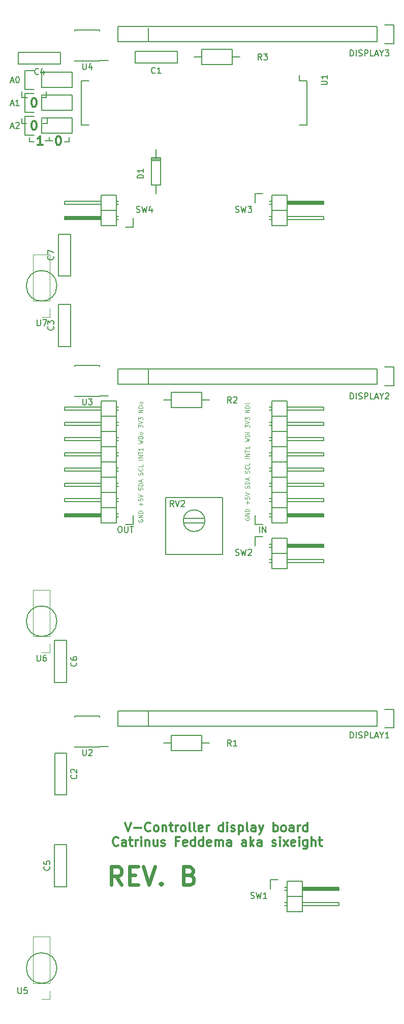
<source format=gbr>
G04 #@! TF.FileFunction,Legend,Top*
%FSLAX46Y46*%
G04 Gerber Fmt 4.6, Leading zero omitted, Abs format (unit mm)*
G04 Created by KiCad (PCBNEW 4.0.2-stable) date 23-3-2017 17:20:20*
%MOMM*%
G01*
G04 APERTURE LIST*
%ADD10C,0.100000*%
%ADD11C,0.600000*%
%ADD12C,0.200000*%
%ADD13C,0.300000*%
%ADD14C,0.125000*%
%ADD15C,0.150000*%
%ADD16C,0.120000*%
G04 APERTURE END LIST*
D10*
D11*
X111123571Y-170052143D02*
X110123571Y-168623571D01*
X109409286Y-170052143D02*
X109409286Y-167052143D01*
X110552143Y-167052143D01*
X110837857Y-167195000D01*
X110980714Y-167337857D01*
X111123571Y-167623571D01*
X111123571Y-168052143D01*
X110980714Y-168337857D01*
X110837857Y-168480714D01*
X110552143Y-168623571D01*
X109409286Y-168623571D01*
X112409286Y-168480714D02*
X113409286Y-168480714D01*
X113837857Y-170052143D02*
X112409286Y-170052143D01*
X112409286Y-167052143D01*
X113837857Y-167052143D01*
X114695000Y-167052143D02*
X115695000Y-170052143D01*
X116695000Y-167052143D01*
X117695001Y-169766429D02*
X117837858Y-169909286D01*
X117695001Y-170052143D01*
X117552144Y-169909286D01*
X117695001Y-169766429D01*
X117695001Y-170052143D01*
X122409286Y-168480714D02*
X122837857Y-168623571D01*
X122980714Y-168766429D01*
X123123571Y-169052143D01*
X123123571Y-169480714D01*
X122980714Y-169766429D01*
X122837857Y-169909286D01*
X122552143Y-170052143D01*
X121409286Y-170052143D01*
X121409286Y-167052143D01*
X122409286Y-167052143D01*
X122695000Y-167195000D01*
X122837857Y-167337857D01*
X122980714Y-167623571D01*
X122980714Y-167909286D01*
X122837857Y-168195000D01*
X122695000Y-168337857D01*
X122409286Y-168480714D01*
X121409286Y-168480714D01*
D12*
X99050000Y-46140000D02*
X99685000Y-46140000D01*
X98415000Y-46140000D02*
X99050000Y-46140000D01*
X99050000Y-46140000D02*
X98415000Y-46140000D01*
X99050000Y-45505000D02*
X99050000Y-46140000D01*
D13*
X97954572Y-46818571D02*
X97097429Y-46818571D01*
X97526001Y-46818571D02*
X97526001Y-45318571D01*
X97383144Y-45532857D01*
X97240286Y-45675714D01*
X97097429Y-45747143D01*
D14*
X131720000Y-108916666D02*
X131686667Y-108983332D01*
X131686667Y-109083332D01*
X131720000Y-109183332D01*
X131786667Y-109249999D01*
X131853333Y-109283332D01*
X131986667Y-109316666D01*
X132086667Y-109316666D01*
X132220000Y-109283332D01*
X132286667Y-109249999D01*
X132353333Y-109183332D01*
X132386667Y-109083332D01*
X132386667Y-109016666D01*
X132353333Y-108916666D01*
X132320000Y-108883332D01*
X132086667Y-108883332D01*
X132086667Y-109016666D01*
X132386667Y-108583332D02*
X131686667Y-108583332D01*
X132386667Y-108183332D01*
X131686667Y-108183332D01*
X132386667Y-107849999D02*
X131686667Y-107849999D01*
X131686667Y-107683333D01*
X131720000Y-107583333D01*
X131786667Y-107516666D01*
X131853333Y-107483333D01*
X131986667Y-107449999D01*
X132086667Y-107449999D01*
X132220000Y-107483333D01*
X132286667Y-107516666D01*
X132353333Y-107583333D01*
X132386667Y-107683333D01*
X132386667Y-107849999D01*
X132120000Y-106616666D02*
X132120000Y-106083333D01*
X132386667Y-106350000D02*
X131853333Y-106350000D01*
X131686667Y-105416666D02*
X131686667Y-105749999D01*
X132020000Y-105783333D01*
X131986667Y-105749999D01*
X131953333Y-105683333D01*
X131953333Y-105516666D01*
X131986667Y-105449999D01*
X132020000Y-105416666D01*
X132086667Y-105383333D01*
X132253333Y-105383333D01*
X132320000Y-105416666D01*
X132353333Y-105449999D01*
X132386667Y-105516666D01*
X132386667Y-105683333D01*
X132353333Y-105749999D01*
X132320000Y-105783333D01*
X131686667Y-105183332D02*
X132386667Y-104949999D01*
X131686667Y-104716666D01*
X132353333Y-103983333D02*
X132386667Y-103883333D01*
X132386667Y-103716666D01*
X132353333Y-103649999D01*
X132320000Y-103616666D01*
X132253333Y-103583333D01*
X132186667Y-103583333D01*
X132120000Y-103616666D01*
X132086667Y-103649999D01*
X132053333Y-103716666D01*
X132020000Y-103849999D01*
X131986667Y-103916666D01*
X131953333Y-103949999D01*
X131886667Y-103983333D01*
X131820000Y-103983333D01*
X131753333Y-103949999D01*
X131720000Y-103916666D01*
X131686667Y-103849999D01*
X131686667Y-103683333D01*
X131720000Y-103583333D01*
X132386667Y-103283332D02*
X131686667Y-103283332D01*
X131686667Y-103116666D01*
X131720000Y-103016666D01*
X131786667Y-102949999D01*
X131853333Y-102916666D01*
X131986667Y-102883332D01*
X132086667Y-102883332D01*
X132220000Y-102916666D01*
X132286667Y-102949999D01*
X132353333Y-103016666D01*
X132386667Y-103116666D01*
X132386667Y-103283332D01*
X132186667Y-102616666D02*
X132186667Y-102283332D01*
X132386667Y-102683332D02*
X131686667Y-102449999D01*
X132386667Y-102216666D01*
X132353333Y-101483333D02*
X132386667Y-101383333D01*
X132386667Y-101216666D01*
X132353333Y-101149999D01*
X132320000Y-101116666D01*
X132253333Y-101083333D01*
X132186667Y-101083333D01*
X132120000Y-101116666D01*
X132086667Y-101149999D01*
X132053333Y-101216666D01*
X132020000Y-101349999D01*
X131986667Y-101416666D01*
X131953333Y-101449999D01*
X131886667Y-101483333D01*
X131820000Y-101483333D01*
X131753333Y-101449999D01*
X131720000Y-101416666D01*
X131686667Y-101349999D01*
X131686667Y-101183333D01*
X131720000Y-101083333D01*
X132320000Y-100383332D02*
X132353333Y-100416666D01*
X132386667Y-100516666D01*
X132386667Y-100583332D01*
X132353333Y-100683332D01*
X132286667Y-100749999D01*
X132220000Y-100783332D01*
X132086667Y-100816666D01*
X131986667Y-100816666D01*
X131853333Y-100783332D01*
X131786667Y-100749999D01*
X131720000Y-100683332D01*
X131686667Y-100583332D01*
X131686667Y-100516666D01*
X131720000Y-100416666D01*
X131753333Y-100383332D01*
X132386667Y-99749999D02*
X132386667Y-100083332D01*
X131686667Y-100083332D01*
X132386667Y-98983332D02*
X131686667Y-98983332D01*
X132386667Y-98649999D02*
X131686667Y-98649999D01*
X132386667Y-98249999D01*
X131686667Y-98249999D01*
X131686667Y-98016666D02*
X131686667Y-97616666D01*
X132386667Y-97816666D02*
X131686667Y-97816666D01*
X132386667Y-97016667D02*
X132386667Y-97416667D01*
X132386667Y-97216667D02*
X131686667Y-97216667D01*
X131786667Y-97283333D01*
X131853333Y-97350000D01*
X131886667Y-97416667D01*
X131686667Y-96250000D02*
X132386667Y-96083333D01*
X131886667Y-95950000D01*
X132386667Y-95816667D01*
X131686667Y-95650000D01*
X132386667Y-95383333D02*
X131686667Y-95383333D01*
X131686667Y-95216667D01*
X131720000Y-95116667D01*
X131786667Y-95050000D01*
X131853333Y-95016667D01*
X131986667Y-94983333D01*
X132086667Y-94983333D01*
X132220000Y-95016667D01*
X132286667Y-95050000D01*
X132353333Y-95116667D01*
X132386667Y-95216667D01*
X132386667Y-95383333D01*
X132386667Y-94683333D02*
X131920000Y-94683333D01*
X131686667Y-94683333D02*
X131720000Y-94716667D01*
X131753333Y-94683333D01*
X131720000Y-94650000D01*
X131686667Y-94683333D01*
X131753333Y-94683333D01*
X131686667Y-93883334D02*
X131686667Y-93450001D01*
X131953333Y-93683334D01*
X131953333Y-93583334D01*
X131986667Y-93516667D01*
X132020000Y-93483334D01*
X132086667Y-93450001D01*
X132253333Y-93450001D01*
X132320000Y-93483334D01*
X132353333Y-93516667D01*
X132386667Y-93583334D01*
X132386667Y-93783334D01*
X132353333Y-93850001D01*
X132320000Y-93883334D01*
X131686667Y-93250000D02*
X132386667Y-93016667D01*
X131686667Y-92783334D01*
X131686667Y-92616667D02*
X131686667Y-92183334D01*
X131953333Y-92416667D01*
X131953333Y-92316667D01*
X131986667Y-92250000D01*
X132020000Y-92216667D01*
X132086667Y-92183334D01*
X132253333Y-92183334D01*
X132320000Y-92216667D01*
X132353333Y-92250000D01*
X132386667Y-92316667D01*
X132386667Y-92516667D01*
X132353333Y-92583334D01*
X132320000Y-92616667D01*
X132386667Y-91350000D02*
X131686667Y-91350000D01*
X132386667Y-90950000D01*
X131686667Y-90950000D01*
X132386667Y-90616667D02*
X131686667Y-90616667D01*
X131686667Y-90450001D01*
X131720000Y-90350001D01*
X131786667Y-90283334D01*
X131853333Y-90250001D01*
X131986667Y-90216667D01*
X132086667Y-90216667D01*
X132220000Y-90250001D01*
X132286667Y-90283334D01*
X132353333Y-90350001D01*
X132386667Y-90450001D01*
X132386667Y-90616667D01*
X132386667Y-89916667D02*
X131920000Y-89916667D01*
X131686667Y-89916667D02*
X131720000Y-89950001D01*
X131753333Y-89916667D01*
X131720000Y-89883334D01*
X131686667Y-89916667D01*
X131753333Y-89916667D01*
X113940000Y-109216666D02*
X113906667Y-109283332D01*
X113906667Y-109383332D01*
X113940000Y-109483332D01*
X114006667Y-109549999D01*
X114073333Y-109583332D01*
X114206667Y-109616666D01*
X114306667Y-109616666D01*
X114440000Y-109583332D01*
X114506667Y-109549999D01*
X114573333Y-109483332D01*
X114606667Y-109383332D01*
X114606667Y-109316666D01*
X114573333Y-109216666D01*
X114540000Y-109183332D01*
X114306667Y-109183332D01*
X114306667Y-109316666D01*
X114606667Y-108883332D02*
X113906667Y-108883332D01*
X114606667Y-108483332D01*
X113906667Y-108483332D01*
X114606667Y-108149999D02*
X113906667Y-108149999D01*
X113906667Y-107983333D01*
X113940000Y-107883333D01*
X114006667Y-107816666D01*
X114073333Y-107783333D01*
X114206667Y-107749999D01*
X114306667Y-107749999D01*
X114440000Y-107783333D01*
X114506667Y-107816666D01*
X114573333Y-107883333D01*
X114606667Y-107983333D01*
X114606667Y-108149999D01*
X114340000Y-106916666D02*
X114340000Y-106383333D01*
X114606667Y-106650000D02*
X114073333Y-106650000D01*
X113906667Y-105716666D02*
X113906667Y-106049999D01*
X114240000Y-106083333D01*
X114206667Y-106049999D01*
X114173333Y-105983333D01*
X114173333Y-105816666D01*
X114206667Y-105749999D01*
X114240000Y-105716666D01*
X114306667Y-105683333D01*
X114473333Y-105683333D01*
X114540000Y-105716666D01*
X114573333Y-105749999D01*
X114606667Y-105816666D01*
X114606667Y-105983333D01*
X114573333Y-106049999D01*
X114540000Y-106083333D01*
X113906667Y-105483332D02*
X114606667Y-105249999D01*
X113906667Y-105016666D01*
X114573333Y-104283333D02*
X114606667Y-104183333D01*
X114606667Y-104016666D01*
X114573333Y-103949999D01*
X114540000Y-103916666D01*
X114473333Y-103883333D01*
X114406667Y-103883333D01*
X114340000Y-103916666D01*
X114306667Y-103949999D01*
X114273333Y-104016666D01*
X114240000Y-104149999D01*
X114206667Y-104216666D01*
X114173333Y-104249999D01*
X114106667Y-104283333D01*
X114040000Y-104283333D01*
X113973333Y-104249999D01*
X113940000Y-104216666D01*
X113906667Y-104149999D01*
X113906667Y-103983333D01*
X113940000Y-103883333D01*
X114606667Y-103583332D02*
X113906667Y-103583332D01*
X113906667Y-103416666D01*
X113940000Y-103316666D01*
X114006667Y-103249999D01*
X114073333Y-103216666D01*
X114206667Y-103183332D01*
X114306667Y-103183332D01*
X114440000Y-103216666D01*
X114506667Y-103249999D01*
X114573333Y-103316666D01*
X114606667Y-103416666D01*
X114606667Y-103583332D01*
X114406667Y-102916666D02*
X114406667Y-102583332D01*
X114606667Y-102983332D02*
X113906667Y-102749999D01*
X114606667Y-102516666D01*
X114573333Y-101783333D02*
X114606667Y-101683333D01*
X114606667Y-101516666D01*
X114573333Y-101449999D01*
X114540000Y-101416666D01*
X114473333Y-101383333D01*
X114406667Y-101383333D01*
X114340000Y-101416666D01*
X114306667Y-101449999D01*
X114273333Y-101516666D01*
X114240000Y-101649999D01*
X114206667Y-101716666D01*
X114173333Y-101749999D01*
X114106667Y-101783333D01*
X114040000Y-101783333D01*
X113973333Y-101749999D01*
X113940000Y-101716666D01*
X113906667Y-101649999D01*
X113906667Y-101483333D01*
X113940000Y-101383333D01*
X114540000Y-100683332D02*
X114573333Y-100716666D01*
X114606667Y-100816666D01*
X114606667Y-100883332D01*
X114573333Y-100983332D01*
X114506667Y-101049999D01*
X114440000Y-101083332D01*
X114306667Y-101116666D01*
X114206667Y-101116666D01*
X114073333Y-101083332D01*
X114006667Y-101049999D01*
X113940000Y-100983332D01*
X113906667Y-100883332D01*
X113906667Y-100816666D01*
X113940000Y-100716666D01*
X113973333Y-100683332D01*
X114606667Y-100049999D02*
X114606667Y-100383332D01*
X113906667Y-100383332D01*
X114606667Y-99283332D02*
X113906667Y-99283332D01*
X114606667Y-98949999D02*
X113906667Y-98949999D01*
X114606667Y-98549999D01*
X113906667Y-98549999D01*
X113906667Y-98316666D02*
X113906667Y-97916666D01*
X114606667Y-98116666D02*
X113906667Y-98116666D01*
X114606667Y-97316667D02*
X114606667Y-97716667D01*
X114606667Y-97516667D02*
X113906667Y-97516667D01*
X114006667Y-97583333D01*
X114073333Y-97650000D01*
X114106667Y-97716667D01*
X113906667Y-96550000D02*
X114606667Y-96383333D01*
X114106667Y-96250000D01*
X114606667Y-96116667D01*
X113906667Y-95950000D01*
X114606667Y-95683333D02*
X113906667Y-95683333D01*
X113906667Y-95516667D01*
X113940000Y-95416667D01*
X114006667Y-95350000D01*
X114073333Y-95316667D01*
X114206667Y-95283333D01*
X114306667Y-95283333D01*
X114440000Y-95316667D01*
X114506667Y-95350000D01*
X114573333Y-95416667D01*
X114606667Y-95516667D01*
X114606667Y-95683333D01*
X114606667Y-94883333D02*
X114573333Y-94950000D01*
X114540000Y-94983333D01*
X114473333Y-95016667D01*
X114273333Y-95016667D01*
X114206667Y-94983333D01*
X114173333Y-94950000D01*
X114140000Y-94883333D01*
X114140000Y-94783333D01*
X114173333Y-94716667D01*
X114206667Y-94683333D01*
X114273333Y-94650000D01*
X114473333Y-94650000D01*
X114540000Y-94683333D01*
X114573333Y-94716667D01*
X114606667Y-94783333D01*
X114606667Y-94883333D01*
X113906667Y-93883334D02*
X113906667Y-93450001D01*
X114173333Y-93683334D01*
X114173333Y-93583334D01*
X114206667Y-93516667D01*
X114240000Y-93483334D01*
X114306667Y-93450001D01*
X114473333Y-93450001D01*
X114540000Y-93483334D01*
X114573333Y-93516667D01*
X114606667Y-93583334D01*
X114606667Y-93783334D01*
X114573333Y-93850001D01*
X114540000Y-93883334D01*
X113906667Y-93250000D02*
X114606667Y-93016667D01*
X113906667Y-92783334D01*
X113906667Y-92616667D02*
X113906667Y-92183334D01*
X114173333Y-92416667D01*
X114173333Y-92316667D01*
X114206667Y-92250000D01*
X114240000Y-92216667D01*
X114306667Y-92183334D01*
X114473333Y-92183334D01*
X114540000Y-92216667D01*
X114573333Y-92250000D01*
X114606667Y-92316667D01*
X114606667Y-92516667D01*
X114573333Y-92583334D01*
X114540000Y-92616667D01*
X114606667Y-91350000D02*
X113906667Y-91350000D01*
X114606667Y-90950000D01*
X113906667Y-90950000D01*
X114606667Y-90616667D02*
X113906667Y-90616667D01*
X113906667Y-90450001D01*
X113940000Y-90350001D01*
X114006667Y-90283334D01*
X114073333Y-90250001D01*
X114206667Y-90216667D01*
X114306667Y-90216667D01*
X114440000Y-90250001D01*
X114506667Y-90283334D01*
X114573333Y-90350001D01*
X114606667Y-90450001D01*
X114606667Y-90616667D01*
X114606667Y-89816667D02*
X114573333Y-89883334D01*
X114540000Y-89916667D01*
X114473333Y-89950001D01*
X114273333Y-89950001D01*
X114206667Y-89916667D01*
X114173333Y-89883334D01*
X114140000Y-89816667D01*
X114140000Y-89716667D01*
X114173333Y-89650001D01*
X114206667Y-89616667D01*
X114273333Y-89583334D01*
X114473333Y-89583334D01*
X114540000Y-89616667D01*
X114573333Y-89650001D01*
X114606667Y-89716667D01*
X114606667Y-89816667D01*
D13*
X111704286Y-159688571D02*
X112204286Y-161188571D01*
X112704286Y-159688571D01*
X113204286Y-160617143D02*
X114347143Y-160617143D01*
X115918572Y-161045714D02*
X115847143Y-161117143D01*
X115632857Y-161188571D01*
X115490000Y-161188571D01*
X115275715Y-161117143D01*
X115132857Y-160974286D01*
X115061429Y-160831429D01*
X114990000Y-160545714D01*
X114990000Y-160331429D01*
X115061429Y-160045714D01*
X115132857Y-159902857D01*
X115275715Y-159760000D01*
X115490000Y-159688571D01*
X115632857Y-159688571D01*
X115847143Y-159760000D01*
X115918572Y-159831429D01*
X116775715Y-161188571D02*
X116632857Y-161117143D01*
X116561429Y-161045714D01*
X116490000Y-160902857D01*
X116490000Y-160474286D01*
X116561429Y-160331429D01*
X116632857Y-160260000D01*
X116775715Y-160188571D01*
X116990000Y-160188571D01*
X117132857Y-160260000D01*
X117204286Y-160331429D01*
X117275715Y-160474286D01*
X117275715Y-160902857D01*
X117204286Y-161045714D01*
X117132857Y-161117143D01*
X116990000Y-161188571D01*
X116775715Y-161188571D01*
X117918572Y-160188571D02*
X117918572Y-161188571D01*
X117918572Y-160331429D02*
X117990000Y-160260000D01*
X118132858Y-160188571D01*
X118347143Y-160188571D01*
X118490000Y-160260000D01*
X118561429Y-160402857D01*
X118561429Y-161188571D01*
X119061429Y-160188571D02*
X119632858Y-160188571D01*
X119275715Y-159688571D02*
X119275715Y-160974286D01*
X119347143Y-161117143D01*
X119490001Y-161188571D01*
X119632858Y-161188571D01*
X120132858Y-161188571D02*
X120132858Y-160188571D01*
X120132858Y-160474286D02*
X120204286Y-160331429D01*
X120275715Y-160260000D01*
X120418572Y-160188571D01*
X120561429Y-160188571D01*
X121275715Y-161188571D02*
X121132857Y-161117143D01*
X121061429Y-161045714D01*
X120990000Y-160902857D01*
X120990000Y-160474286D01*
X121061429Y-160331429D01*
X121132857Y-160260000D01*
X121275715Y-160188571D01*
X121490000Y-160188571D01*
X121632857Y-160260000D01*
X121704286Y-160331429D01*
X121775715Y-160474286D01*
X121775715Y-160902857D01*
X121704286Y-161045714D01*
X121632857Y-161117143D01*
X121490000Y-161188571D01*
X121275715Y-161188571D01*
X122632858Y-161188571D02*
X122490000Y-161117143D01*
X122418572Y-160974286D01*
X122418572Y-159688571D01*
X123418572Y-161188571D02*
X123275714Y-161117143D01*
X123204286Y-160974286D01*
X123204286Y-159688571D01*
X124561428Y-161117143D02*
X124418571Y-161188571D01*
X124132857Y-161188571D01*
X123990000Y-161117143D01*
X123918571Y-160974286D01*
X123918571Y-160402857D01*
X123990000Y-160260000D01*
X124132857Y-160188571D01*
X124418571Y-160188571D01*
X124561428Y-160260000D01*
X124632857Y-160402857D01*
X124632857Y-160545714D01*
X123918571Y-160688571D01*
X125275714Y-161188571D02*
X125275714Y-160188571D01*
X125275714Y-160474286D02*
X125347142Y-160331429D01*
X125418571Y-160260000D01*
X125561428Y-160188571D01*
X125704285Y-160188571D01*
X127989999Y-161188571D02*
X127989999Y-159688571D01*
X127989999Y-161117143D02*
X127847142Y-161188571D01*
X127561428Y-161188571D01*
X127418570Y-161117143D01*
X127347142Y-161045714D01*
X127275713Y-160902857D01*
X127275713Y-160474286D01*
X127347142Y-160331429D01*
X127418570Y-160260000D01*
X127561428Y-160188571D01*
X127847142Y-160188571D01*
X127989999Y-160260000D01*
X128704285Y-161188571D02*
X128704285Y-160188571D01*
X128704285Y-159688571D02*
X128632856Y-159760000D01*
X128704285Y-159831429D01*
X128775713Y-159760000D01*
X128704285Y-159688571D01*
X128704285Y-159831429D01*
X129347142Y-161117143D02*
X129489999Y-161188571D01*
X129775714Y-161188571D01*
X129918571Y-161117143D01*
X129989999Y-160974286D01*
X129989999Y-160902857D01*
X129918571Y-160760000D01*
X129775714Y-160688571D01*
X129561428Y-160688571D01*
X129418571Y-160617143D01*
X129347142Y-160474286D01*
X129347142Y-160402857D01*
X129418571Y-160260000D01*
X129561428Y-160188571D01*
X129775714Y-160188571D01*
X129918571Y-160260000D01*
X130632857Y-160188571D02*
X130632857Y-161688571D01*
X130632857Y-160260000D02*
X130775714Y-160188571D01*
X131061428Y-160188571D01*
X131204285Y-160260000D01*
X131275714Y-160331429D01*
X131347143Y-160474286D01*
X131347143Y-160902857D01*
X131275714Y-161045714D01*
X131204285Y-161117143D01*
X131061428Y-161188571D01*
X130775714Y-161188571D01*
X130632857Y-161117143D01*
X132204286Y-161188571D02*
X132061428Y-161117143D01*
X131990000Y-160974286D01*
X131990000Y-159688571D01*
X133418571Y-161188571D02*
X133418571Y-160402857D01*
X133347142Y-160260000D01*
X133204285Y-160188571D01*
X132918571Y-160188571D01*
X132775714Y-160260000D01*
X133418571Y-161117143D02*
X133275714Y-161188571D01*
X132918571Y-161188571D01*
X132775714Y-161117143D01*
X132704285Y-160974286D01*
X132704285Y-160831429D01*
X132775714Y-160688571D01*
X132918571Y-160617143D01*
X133275714Y-160617143D01*
X133418571Y-160545714D01*
X133990000Y-160188571D02*
X134347143Y-161188571D01*
X134704285Y-160188571D02*
X134347143Y-161188571D01*
X134204285Y-161545714D01*
X134132857Y-161617143D01*
X133990000Y-161688571D01*
X136418571Y-161188571D02*
X136418571Y-159688571D01*
X136418571Y-160260000D02*
X136561428Y-160188571D01*
X136847142Y-160188571D01*
X136989999Y-160260000D01*
X137061428Y-160331429D01*
X137132857Y-160474286D01*
X137132857Y-160902857D01*
X137061428Y-161045714D01*
X136989999Y-161117143D01*
X136847142Y-161188571D01*
X136561428Y-161188571D01*
X136418571Y-161117143D01*
X137990000Y-161188571D02*
X137847142Y-161117143D01*
X137775714Y-161045714D01*
X137704285Y-160902857D01*
X137704285Y-160474286D01*
X137775714Y-160331429D01*
X137847142Y-160260000D01*
X137990000Y-160188571D01*
X138204285Y-160188571D01*
X138347142Y-160260000D01*
X138418571Y-160331429D01*
X138490000Y-160474286D01*
X138490000Y-160902857D01*
X138418571Y-161045714D01*
X138347142Y-161117143D01*
X138204285Y-161188571D01*
X137990000Y-161188571D01*
X139775714Y-161188571D02*
X139775714Y-160402857D01*
X139704285Y-160260000D01*
X139561428Y-160188571D01*
X139275714Y-160188571D01*
X139132857Y-160260000D01*
X139775714Y-161117143D02*
X139632857Y-161188571D01*
X139275714Y-161188571D01*
X139132857Y-161117143D01*
X139061428Y-160974286D01*
X139061428Y-160831429D01*
X139132857Y-160688571D01*
X139275714Y-160617143D01*
X139632857Y-160617143D01*
X139775714Y-160545714D01*
X140490000Y-161188571D02*
X140490000Y-160188571D01*
X140490000Y-160474286D02*
X140561428Y-160331429D01*
X140632857Y-160260000D01*
X140775714Y-160188571D01*
X140918571Y-160188571D01*
X142061428Y-161188571D02*
X142061428Y-159688571D01*
X142061428Y-161117143D02*
X141918571Y-161188571D01*
X141632857Y-161188571D01*
X141489999Y-161117143D01*
X141418571Y-161045714D01*
X141347142Y-160902857D01*
X141347142Y-160474286D01*
X141418571Y-160331429D01*
X141489999Y-160260000D01*
X141632857Y-160188571D01*
X141918571Y-160188571D01*
X142061428Y-160260000D01*
X110561428Y-163445714D02*
X110489999Y-163517143D01*
X110275713Y-163588571D01*
X110132856Y-163588571D01*
X109918571Y-163517143D01*
X109775713Y-163374286D01*
X109704285Y-163231429D01*
X109632856Y-162945714D01*
X109632856Y-162731429D01*
X109704285Y-162445714D01*
X109775713Y-162302857D01*
X109918571Y-162160000D01*
X110132856Y-162088571D01*
X110275713Y-162088571D01*
X110489999Y-162160000D01*
X110561428Y-162231429D01*
X111847142Y-163588571D02*
X111847142Y-162802857D01*
X111775713Y-162660000D01*
X111632856Y-162588571D01*
X111347142Y-162588571D01*
X111204285Y-162660000D01*
X111847142Y-163517143D02*
X111704285Y-163588571D01*
X111347142Y-163588571D01*
X111204285Y-163517143D01*
X111132856Y-163374286D01*
X111132856Y-163231429D01*
X111204285Y-163088571D01*
X111347142Y-163017143D01*
X111704285Y-163017143D01*
X111847142Y-162945714D01*
X112347142Y-162588571D02*
X112918571Y-162588571D01*
X112561428Y-162088571D02*
X112561428Y-163374286D01*
X112632856Y-163517143D01*
X112775714Y-163588571D01*
X112918571Y-163588571D01*
X113418571Y-163588571D02*
X113418571Y-162588571D01*
X113418571Y-162874286D02*
X113489999Y-162731429D01*
X113561428Y-162660000D01*
X113704285Y-162588571D01*
X113847142Y-162588571D01*
X114347142Y-163588571D02*
X114347142Y-162588571D01*
X114347142Y-162088571D02*
X114275713Y-162160000D01*
X114347142Y-162231429D01*
X114418570Y-162160000D01*
X114347142Y-162088571D01*
X114347142Y-162231429D01*
X115061428Y-162588571D02*
X115061428Y-163588571D01*
X115061428Y-162731429D02*
X115132856Y-162660000D01*
X115275714Y-162588571D01*
X115489999Y-162588571D01*
X115632856Y-162660000D01*
X115704285Y-162802857D01*
X115704285Y-163588571D01*
X117061428Y-162588571D02*
X117061428Y-163588571D01*
X116418571Y-162588571D02*
X116418571Y-163374286D01*
X116489999Y-163517143D01*
X116632857Y-163588571D01*
X116847142Y-163588571D01*
X116989999Y-163517143D01*
X117061428Y-163445714D01*
X117704285Y-163517143D02*
X117847142Y-163588571D01*
X118132857Y-163588571D01*
X118275714Y-163517143D01*
X118347142Y-163374286D01*
X118347142Y-163302857D01*
X118275714Y-163160000D01*
X118132857Y-163088571D01*
X117918571Y-163088571D01*
X117775714Y-163017143D01*
X117704285Y-162874286D01*
X117704285Y-162802857D01*
X117775714Y-162660000D01*
X117918571Y-162588571D01*
X118132857Y-162588571D01*
X118275714Y-162660000D01*
X120632857Y-162802857D02*
X120132857Y-162802857D01*
X120132857Y-163588571D02*
X120132857Y-162088571D01*
X120847143Y-162088571D01*
X121989999Y-163517143D02*
X121847142Y-163588571D01*
X121561428Y-163588571D01*
X121418571Y-163517143D01*
X121347142Y-163374286D01*
X121347142Y-162802857D01*
X121418571Y-162660000D01*
X121561428Y-162588571D01*
X121847142Y-162588571D01*
X121989999Y-162660000D01*
X122061428Y-162802857D01*
X122061428Y-162945714D01*
X121347142Y-163088571D01*
X123347142Y-163588571D02*
X123347142Y-162088571D01*
X123347142Y-163517143D02*
X123204285Y-163588571D01*
X122918571Y-163588571D01*
X122775713Y-163517143D01*
X122704285Y-163445714D01*
X122632856Y-163302857D01*
X122632856Y-162874286D01*
X122704285Y-162731429D01*
X122775713Y-162660000D01*
X122918571Y-162588571D01*
X123204285Y-162588571D01*
X123347142Y-162660000D01*
X124704285Y-163588571D02*
X124704285Y-162088571D01*
X124704285Y-163517143D02*
X124561428Y-163588571D01*
X124275714Y-163588571D01*
X124132856Y-163517143D01*
X124061428Y-163445714D01*
X123989999Y-163302857D01*
X123989999Y-162874286D01*
X124061428Y-162731429D01*
X124132856Y-162660000D01*
X124275714Y-162588571D01*
X124561428Y-162588571D01*
X124704285Y-162660000D01*
X125989999Y-163517143D02*
X125847142Y-163588571D01*
X125561428Y-163588571D01*
X125418571Y-163517143D01*
X125347142Y-163374286D01*
X125347142Y-162802857D01*
X125418571Y-162660000D01*
X125561428Y-162588571D01*
X125847142Y-162588571D01*
X125989999Y-162660000D01*
X126061428Y-162802857D01*
X126061428Y-162945714D01*
X125347142Y-163088571D01*
X126704285Y-163588571D02*
X126704285Y-162588571D01*
X126704285Y-162731429D02*
X126775713Y-162660000D01*
X126918571Y-162588571D01*
X127132856Y-162588571D01*
X127275713Y-162660000D01*
X127347142Y-162802857D01*
X127347142Y-163588571D01*
X127347142Y-162802857D02*
X127418571Y-162660000D01*
X127561428Y-162588571D01*
X127775713Y-162588571D01*
X127918571Y-162660000D01*
X127989999Y-162802857D01*
X127989999Y-163588571D01*
X129347142Y-163588571D02*
X129347142Y-162802857D01*
X129275713Y-162660000D01*
X129132856Y-162588571D01*
X128847142Y-162588571D01*
X128704285Y-162660000D01*
X129347142Y-163517143D02*
X129204285Y-163588571D01*
X128847142Y-163588571D01*
X128704285Y-163517143D01*
X128632856Y-163374286D01*
X128632856Y-163231429D01*
X128704285Y-163088571D01*
X128847142Y-163017143D01*
X129204285Y-163017143D01*
X129347142Y-162945714D01*
X131847142Y-163588571D02*
X131847142Y-162802857D01*
X131775713Y-162660000D01*
X131632856Y-162588571D01*
X131347142Y-162588571D01*
X131204285Y-162660000D01*
X131847142Y-163517143D02*
X131704285Y-163588571D01*
X131347142Y-163588571D01*
X131204285Y-163517143D01*
X131132856Y-163374286D01*
X131132856Y-163231429D01*
X131204285Y-163088571D01*
X131347142Y-163017143D01*
X131704285Y-163017143D01*
X131847142Y-162945714D01*
X132561428Y-163588571D02*
X132561428Y-162088571D01*
X132704285Y-163017143D02*
X133132856Y-163588571D01*
X133132856Y-162588571D02*
X132561428Y-163160000D01*
X134418571Y-163588571D02*
X134418571Y-162802857D01*
X134347142Y-162660000D01*
X134204285Y-162588571D01*
X133918571Y-162588571D01*
X133775714Y-162660000D01*
X134418571Y-163517143D02*
X134275714Y-163588571D01*
X133918571Y-163588571D01*
X133775714Y-163517143D01*
X133704285Y-163374286D01*
X133704285Y-163231429D01*
X133775714Y-163088571D01*
X133918571Y-163017143D01*
X134275714Y-163017143D01*
X134418571Y-162945714D01*
X136204285Y-163517143D02*
X136347142Y-163588571D01*
X136632857Y-163588571D01*
X136775714Y-163517143D01*
X136847142Y-163374286D01*
X136847142Y-163302857D01*
X136775714Y-163160000D01*
X136632857Y-163088571D01*
X136418571Y-163088571D01*
X136275714Y-163017143D01*
X136204285Y-162874286D01*
X136204285Y-162802857D01*
X136275714Y-162660000D01*
X136418571Y-162588571D01*
X136632857Y-162588571D01*
X136775714Y-162660000D01*
X137490000Y-163588571D02*
X137490000Y-162588571D01*
X137490000Y-162088571D02*
X137418571Y-162160000D01*
X137490000Y-162231429D01*
X137561428Y-162160000D01*
X137490000Y-162088571D01*
X137490000Y-162231429D01*
X138061429Y-163588571D02*
X138847143Y-162588571D01*
X138061429Y-162588571D02*
X138847143Y-163588571D01*
X139990000Y-163517143D02*
X139847143Y-163588571D01*
X139561429Y-163588571D01*
X139418572Y-163517143D01*
X139347143Y-163374286D01*
X139347143Y-162802857D01*
X139418572Y-162660000D01*
X139561429Y-162588571D01*
X139847143Y-162588571D01*
X139990000Y-162660000D01*
X140061429Y-162802857D01*
X140061429Y-162945714D01*
X139347143Y-163088571D01*
X140704286Y-163588571D02*
X140704286Y-162588571D01*
X140704286Y-162088571D02*
X140632857Y-162160000D01*
X140704286Y-162231429D01*
X140775714Y-162160000D01*
X140704286Y-162088571D01*
X140704286Y-162231429D01*
X142061429Y-162588571D02*
X142061429Y-163802857D01*
X141990000Y-163945714D01*
X141918572Y-164017143D01*
X141775715Y-164088571D01*
X141561429Y-164088571D01*
X141418572Y-164017143D01*
X142061429Y-163517143D02*
X141918572Y-163588571D01*
X141632858Y-163588571D01*
X141490000Y-163517143D01*
X141418572Y-163445714D01*
X141347143Y-163302857D01*
X141347143Y-162874286D01*
X141418572Y-162731429D01*
X141490000Y-162660000D01*
X141632858Y-162588571D01*
X141918572Y-162588571D01*
X142061429Y-162660000D01*
X142775715Y-163588571D02*
X142775715Y-162088571D01*
X143418572Y-163588571D02*
X143418572Y-162802857D01*
X143347143Y-162660000D01*
X143204286Y-162588571D01*
X142990001Y-162588571D01*
X142847143Y-162660000D01*
X142775715Y-162731429D01*
X143918572Y-162588571D02*
X144490001Y-162588571D01*
X144132858Y-162088571D02*
X144132858Y-163374286D01*
X144204286Y-163517143D01*
X144347144Y-163588571D01*
X144490001Y-163588571D01*
D12*
X94488000Y-38926000D02*
X95377000Y-38926000D01*
X94488000Y-37910000D02*
X94488000Y-38926000D01*
X98552000Y-38926000D02*
X97790000Y-38926000D01*
X98552000Y-37910000D02*
X98552000Y-38926000D01*
X98679000Y-43244000D02*
X97917000Y-43244000D01*
X98679000Y-42355000D02*
X98679000Y-43244000D01*
X94488000Y-43244000D02*
X95250000Y-43244000D01*
X94488000Y-42355000D02*
X94488000Y-43244000D01*
D13*
X96438572Y-38968571D02*
X96581429Y-38968571D01*
X96724286Y-39040000D01*
X96795715Y-39111429D01*
X96867144Y-39254286D01*
X96938572Y-39540000D01*
X96938572Y-39897143D01*
X96867144Y-40182857D01*
X96795715Y-40325714D01*
X96724286Y-40397143D01*
X96581429Y-40468571D01*
X96438572Y-40468571D01*
X96295715Y-40397143D01*
X96224286Y-40325714D01*
X96152858Y-40182857D01*
X96081429Y-39897143D01*
X96081429Y-39540000D01*
X96152858Y-39254286D01*
X96224286Y-39111429D01*
X96295715Y-39040000D01*
X96438572Y-38968571D01*
X96438572Y-42778571D02*
X96581429Y-42778571D01*
X96724286Y-42850000D01*
X96795715Y-42921429D01*
X96867144Y-43064286D01*
X96938572Y-43350000D01*
X96938572Y-43707143D01*
X96867144Y-43992857D01*
X96795715Y-44135714D01*
X96724286Y-44207143D01*
X96581429Y-44278571D01*
X96438572Y-44278571D01*
X96295715Y-44207143D01*
X96224286Y-44135714D01*
X96152858Y-43992857D01*
X96081429Y-43707143D01*
X96081429Y-43350000D01*
X96152858Y-43064286D01*
X96224286Y-42921429D01*
X96295715Y-42850000D01*
X96438572Y-42778571D01*
X100502572Y-45318571D02*
X100645429Y-45318571D01*
X100788286Y-45390000D01*
X100859715Y-45461429D01*
X100931144Y-45604286D01*
X101002572Y-45890000D01*
X101002572Y-46247143D01*
X100931144Y-46532857D01*
X100859715Y-46675714D01*
X100788286Y-46747143D01*
X100645429Y-46818571D01*
X100502572Y-46818571D01*
X100359715Y-46747143D01*
X100288286Y-46675714D01*
X100216858Y-46532857D01*
X100145429Y-46247143D01*
X100145429Y-45890000D01*
X100216858Y-45604286D01*
X100288286Y-45461429D01*
X100359715Y-45390000D01*
X100502572Y-45318571D01*
D12*
X102362000Y-46292000D02*
X101600000Y-46292000D01*
X102362000Y-45530000D02*
X102362000Y-46292000D01*
X95758000Y-46292000D02*
X96520000Y-46292000D01*
X95758000Y-45530000D02*
X95758000Y-46292000D01*
X115570000Y-27282000D02*
X115570000Y-29568000D01*
X115560000Y-84088000D02*
X115560000Y-86628000D01*
X115550000Y-141114000D02*
X115550000Y-143654000D01*
D15*
X153660000Y-27090000D02*
X110480000Y-27090000D01*
X110480000Y-27090000D02*
X110480000Y-29630000D01*
X110480000Y-29630000D02*
X153660000Y-29630000D01*
X156480000Y-26810000D02*
X154930000Y-26810000D01*
X153660000Y-27090000D02*
X153660000Y-29630000D01*
X154930000Y-29910000D02*
X156480000Y-29910000D01*
X156480000Y-29910000D02*
X156480000Y-26810000D01*
X153660000Y-84090000D02*
X110480000Y-84090000D01*
X110480000Y-84090000D02*
X110480000Y-86630000D01*
X110480000Y-86630000D02*
X153660000Y-86630000D01*
X156480000Y-83810000D02*
X154930000Y-83810000D01*
X153660000Y-84090000D02*
X153660000Y-86630000D01*
X154930000Y-86910000D02*
X156480000Y-86910000D01*
X156480000Y-86910000D02*
X156480000Y-83810000D01*
X153660000Y-141090000D02*
X110480000Y-141090000D01*
X110480000Y-141090000D02*
X110480000Y-143630000D01*
X110480000Y-143630000D02*
X153660000Y-143630000D01*
X156480000Y-140810000D02*
X154930000Y-140810000D01*
X153660000Y-141090000D02*
X153660000Y-143630000D01*
X154930000Y-143910000D02*
X156480000Y-143910000D01*
X156480000Y-143910000D02*
X156480000Y-140810000D01*
X97780000Y-37250000D02*
X102860000Y-37250000D01*
X102860000Y-37250000D02*
X102860000Y-34710000D01*
X102860000Y-34710000D02*
X97780000Y-34710000D01*
X94960000Y-34430000D02*
X96510000Y-34430000D01*
X97780000Y-34710000D02*
X97780000Y-37250000D01*
X96510000Y-37530000D02*
X94960000Y-37530000D01*
X94960000Y-37530000D02*
X94960000Y-34430000D01*
X97780000Y-41060000D02*
X102860000Y-41060000D01*
X102860000Y-41060000D02*
X102860000Y-38520000D01*
X102860000Y-38520000D02*
X97780000Y-38520000D01*
X94960000Y-38240000D02*
X96510000Y-38240000D01*
X97780000Y-38520000D02*
X97780000Y-41060000D01*
X96510000Y-41340000D02*
X94960000Y-41340000D01*
X94960000Y-41340000D02*
X94960000Y-38240000D01*
X97780000Y-44870000D02*
X102860000Y-44870000D01*
X102860000Y-44870000D02*
X102860000Y-42330000D01*
X102860000Y-42330000D02*
X97780000Y-42330000D01*
X94960000Y-42050000D02*
X96510000Y-42050000D01*
X97780000Y-42330000D02*
X97780000Y-44870000D01*
X96510000Y-45150000D02*
X94960000Y-45150000D01*
X94960000Y-45150000D02*
X94960000Y-42050000D01*
X113050000Y-110040000D02*
X113050000Y-108490000D01*
X111750000Y-110040000D02*
X113050000Y-110040000D01*
X107559000Y-108617000D02*
X101717000Y-108617000D01*
X101717000Y-108617000D02*
X101717000Y-108363000D01*
X101717000Y-108363000D02*
X107559000Y-108363000D01*
X107559000Y-108363000D02*
X107559000Y-108490000D01*
X107559000Y-108490000D02*
X101717000Y-108490000D01*
X110226000Y-90964000D02*
X110607000Y-90964000D01*
X110226000Y-90456000D02*
X110607000Y-90456000D01*
X110226000Y-108744000D02*
X110607000Y-108744000D01*
X110226000Y-108236000D02*
X110607000Y-108236000D01*
X110226000Y-106204000D02*
X110607000Y-106204000D01*
X110226000Y-105696000D02*
X110607000Y-105696000D01*
X110226000Y-103664000D02*
X110607000Y-103664000D01*
X110226000Y-103156000D02*
X110607000Y-103156000D01*
X110226000Y-92996000D02*
X110607000Y-92996000D01*
X110226000Y-93504000D02*
X110607000Y-93504000D01*
X110226000Y-95536000D02*
X110607000Y-95536000D01*
X110226000Y-96044000D02*
X110607000Y-96044000D01*
X110226000Y-98076000D02*
X110607000Y-98076000D01*
X110226000Y-98584000D02*
X110607000Y-98584000D01*
X110226000Y-100616000D02*
X110607000Y-100616000D01*
X110226000Y-101124000D02*
X110607000Y-101124000D01*
X110226000Y-94520000D02*
X107686000Y-94520000D01*
X110226000Y-94520000D02*
X110226000Y-91980000D01*
X110226000Y-91980000D02*
X107686000Y-91980000D01*
X107686000Y-93504000D02*
X101590000Y-93504000D01*
X101590000Y-93504000D02*
X101590000Y-92996000D01*
X101590000Y-92996000D02*
X107686000Y-92996000D01*
X107686000Y-91980000D02*
X107686000Y-94520000D01*
X107686000Y-89440000D02*
X107686000Y-91980000D01*
X101590000Y-90456000D02*
X107686000Y-90456000D01*
X101590000Y-90964000D02*
X101590000Y-90456000D01*
X107686000Y-90964000D02*
X101590000Y-90964000D01*
X110226000Y-91980000D02*
X110226000Y-89440000D01*
X110226000Y-91980000D02*
X107686000Y-91980000D01*
X110226000Y-89440000D02*
X107686000Y-89440000D01*
X110226000Y-109760000D02*
X107686000Y-109760000D01*
X110226000Y-107220000D02*
X107686000Y-107220000D01*
X110226000Y-107220000D02*
X110226000Y-104680000D01*
X110226000Y-104680000D02*
X107686000Y-104680000D01*
X107686000Y-106204000D02*
X101590000Y-106204000D01*
X101590000Y-106204000D02*
X101590000Y-105696000D01*
X101590000Y-105696000D02*
X107686000Y-105696000D01*
X107686000Y-104680000D02*
X107686000Y-107220000D01*
X107686000Y-107220000D02*
X107686000Y-109760000D01*
X101590000Y-108236000D02*
X107686000Y-108236000D01*
X101590000Y-108744000D02*
X101590000Y-108236000D01*
X107686000Y-108744000D02*
X101590000Y-108744000D01*
X110226000Y-107220000D02*
X107686000Y-107220000D01*
X110226000Y-109760000D02*
X110226000Y-107220000D01*
X110226000Y-99600000D02*
X107686000Y-99600000D01*
X110226000Y-99600000D02*
X110226000Y-97060000D01*
X110226000Y-97060000D02*
X107686000Y-97060000D01*
X107686000Y-98584000D02*
X101590000Y-98584000D01*
X101590000Y-98584000D02*
X101590000Y-98076000D01*
X101590000Y-98076000D02*
X107686000Y-98076000D01*
X107686000Y-97060000D02*
X107686000Y-99600000D01*
X107686000Y-94520000D02*
X107686000Y-97060000D01*
X101590000Y-95536000D02*
X107686000Y-95536000D01*
X101590000Y-96044000D02*
X101590000Y-95536000D01*
X107686000Y-96044000D02*
X101590000Y-96044000D01*
X110226000Y-94520000D02*
X107686000Y-94520000D01*
X110226000Y-97060000D02*
X110226000Y-94520000D01*
X110226000Y-97060000D02*
X107686000Y-97060000D01*
X110226000Y-102140000D02*
X107686000Y-102140000D01*
X110226000Y-102140000D02*
X110226000Y-99600000D01*
X110226000Y-99600000D02*
X107686000Y-99600000D01*
X107686000Y-101124000D02*
X101590000Y-101124000D01*
X101590000Y-101124000D02*
X101590000Y-100616000D01*
X101590000Y-100616000D02*
X107686000Y-100616000D01*
X107686000Y-99600000D02*
X107686000Y-102140000D01*
X107686000Y-102140000D02*
X107686000Y-104680000D01*
X101590000Y-103156000D02*
X107686000Y-103156000D01*
X101590000Y-103664000D02*
X101590000Y-103156000D01*
X107686000Y-103664000D02*
X101590000Y-103664000D01*
X110226000Y-102140000D02*
X107686000Y-102140000D01*
X110226000Y-104680000D02*
X110226000Y-102140000D01*
X110226000Y-104680000D02*
X107686000Y-104680000D01*
X121480000Y-109020000D02*
X124880000Y-109020000D01*
X121480000Y-109780000D02*
X124880000Y-109780000D01*
X118415000Y-105510000D02*
X127945000Y-105510000D01*
X127945000Y-105510000D02*
X127945000Y-115040000D01*
X127945000Y-115040000D02*
X118415000Y-115040000D01*
X118415000Y-115040000D02*
X118415000Y-105510000D01*
X124981735Y-109400000D02*
G75*
G03X124981735Y-109400000I-1801735J0D01*
G01*
X135850000Y-169170000D02*
X135850000Y-170720000D01*
X137150000Y-169170000D02*
X135850000Y-169170000D01*
X141341000Y-170593000D02*
X147183000Y-170593000D01*
X147183000Y-170593000D02*
X147183000Y-170847000D01*
X147183000Y-170847000D02*
X141341000Y-170847000D01*
X141341000Y-170847000D02*
X141341000Y-170720000D01*
X141341000Y-170720000D02*
X147183000Y-170720000D01*
X138674000Y-170466000D02*
X138293000Y-170466000D01*
X138674000Y-170974000D02*
X138293000Y-170974000D01*
X138674000Y-173006000D02*
X138293000Y-173006000D01*
X138674000Y-173514000D02*
X138293000Y-173514000D01*
X138674000Y-169450000D02*
X141214000Y-169450000D01*
X138674000Y-171990000D02*
X141214000Y-171990000D01*
X138674000Y-171990000D02*
X138674000Y-174530000D01*
X138674000Y-174530000D02*
X141214000Y-174530000D01*
X141214000Y-173006000D02*
X147310000Y-173006000D01*
X147310000Y-173006000D02*
X147310000Y-173514000D01*
X147310000Y-173514000D02*
X141214000Y-173514000D01*
X141214000Y-174530000D02*
X141214000Y-171990000D01*
X141214000Y-171990000D02*
X141214000Y-169450000D01*
X147310000Y-170974000D02*
X141214000Y-170974000D01*
X147310000Y-170466000D02*
X147310000Y-170974000D01*
X141214000Y-170466000D02*
X147310000Y-170466000D01*
X138674000Y-171990000D02*
X141214000Y-171990000D01*
X138674000Y-169450000D02*
X138674000Y-171990000D01*
X133310000Y-112020000D02*
X133310000Y-113570000D01*
X134610000Y-112020000D02*
X133310000Y-112020000D01*
X138801000Y-113443000D02*
X144643000Y-113443000D01*
X144643000Y-113443000D02*
X144643000Y-113697000D01*
X144643000Y-113697000D02*
X138801000Y-113697000D01*
X138801000Y-113697000D02*
X138801000Y-113570000D01*
X138801000Y-113570000D02*
X144643000Y-113570000D01*
X136134000Y-113316000D02*
X135753000Y-113316000D01*
X136134000Y-113824000D02*
X135753000Y-113824000D01*
X136134000Y-115856000D02*
X135753000Y-115856000D01*
X136134000Y-116364000D02*
X135753000Y-116364000D01*
X136134000Y-112300000D02*
X138674000Y-112300000D01*
X136134000Y-114840000D02*
X138674000Y-114840000D01*
X136134000Y-114840000D02*
X136134000Y-117380000D01*
X136134000Y-117380000D02*
X138674000Y-117380000D01*
X138674000Y-115856000D02*
X144770000Y-115856000D01*
X144770000Y-115856000D02*
X144770000Y-116364000D01*
X144770000Y-116364000D02*
X138674000Y-116364000D01*
X138674000Y-117380000D02*
X138674000Y-114840000D01*
X138674000Y-114840000D02*
X138674000Y-112300000D01*
X144770000Y-113824000D02*
X138674000Y-113824000D01*
X144770000Y-113316000D02*
X144770000Y-113824000D01*
X138674000Y-113316000D02*
X144770000Y-113316000D01*
X136134000Y-114840000D02*
X138674000Y-114840000D01*
X136134000Y-112300000D02*
X136134000Y-114840000D01*
X133310000Y-54870000D02*
X133310000Y-56420000D01*
X134610000Y-54870000D02*
X133310000Y-54870000D01*
X138801000Y-56293000D02*
X144643000Y-56293000D01*
X144643000Y-56293000D02*
X144643000Y-56547000D01*
X144643000Y-56547000D02*
X138801000Y-56547000D01*
X138801000Y-56547000D02*
X138801000Y-56420000D01*
X138801000Y-56420000D02*
X144643000Y-56420000D01*
X136134000Y-56166000D02*
X135753000Y-56166000D01*
X136134000Y-56674000D02*
X135753000Y-56674000D01*
X136134000Y-58706000D02*
X135753000Y-58706000D01*
X136134000Y-59214000D02*
X135753000Y-59214000D01*
X136134000Y-55150000D02*
X138674000Y-55150000D01*
X136134000Y-57690000D02*
X138674000Y-57690000D01*
X136134000Y-57690000D02*
X136134000Y-60230000D01*
X136134000Y-60230000D02*
X138674000Y-60230000D01*
X138674000Y-58706000D02*
X144770000Y-58706000D01*
X144770000Y-58706000D02*
X144770000Y-59214000D01*
X144770000Y-59214000D02*
X138674000Y-59214000D01*
X138674000Y-60230000D02*
X138674000Y-57690000D01*
X138674000Y-57690000D02*
X138674000Y-55150000D01*
X144770000Y-56674000D02*
X138674000Y-56674000D01*
X144770000Y-56166000D02*
X144770000Y-56674000D01*
X138674000Y-56166000D02*
X144770000Y-56166000D01*
X136134000Y-57690000D02*
X138674000Y-57690000D01*
X136134000Y-55150000D02*
X136134000Y-57690000D01*
X113050000Y-60510000D02*
X113050000Y-58960000D01*
X111750000Y-60510000D02*
X113050000Y-60510000D01*
X107559000Y-59087000D02*
X101717000Y-59087000D01*
X101717000Y-59087000D02*
X101717000Y-58833000D01*
X101717000Y-58833000D02*
X107559000Y-58833000D01*
X107559000Y-58833000D02*
X107559000Y-58960000D01*
X107559000Y-58960000D02*
X101717000Y-58960000D01*
X110226000Y-59214000D02*
X110607000Y-59214000D01*
X110226000Y-58706000D02*
X110607000Y-58706000D01*
X110226000Y-56674000D02*
X110607000Y-56674000D01*
X110226000Y-56166000D02*
X110607000Y-56166000D01*
X110226000Y-60230000D02*
X107686000Y-60230000D01*
X110226000Y-57690000D02*
X107686000Y-57690000D01*
X110226000Y-57690000D02*
X110226000Y-55150000D01*
X110226000Y-55150000D02*
X107686000Y-55150000D01*
X107686000Y-56674000D02*
X101590000Y-56674000D01*
X101590000Y-56674000D02*
X101590000Y-56166000D01*
X101590000Y-56166000D02*
X107686000Y-56166000D01*
X107686000Y-55150000D02*
X107686000Y-57690000D01*
X107686000Y-57690000D02*
X107686000Y-60230000D01*
X101590000Y-58706000D02*
X107686000Y-58706000D01*
X101590000Y-59214000D02*
X101590000Y-58706000D01*
X107686000Y-59214000D02*
X101590000Y-59214000D01*
X110226000Y-57690000D02*
X107686000Y-57690000D01*
X110226000Y-60230000D02*
X110226000Y-57690000D01*
X133310000Y-110040000D02*
X133310000Y-108490000D01*
X134610000Y-110040000D02*
X133310000Y-110040000D01*
X138801000Y-108617000D02*
X144643000Y-108617000D01*
X144643000Y-108617000D02*
X144643000Y-108363000D01*
X144643000Y-108363000D02*
X138801000Y-108363000D01*
X138801000Y-108363000D02*
X138801000Y-108490000D01*
X138801000Y-108490000D02*
X144643000Y-108490000D01*
X136134000Y-90964000D02*
X135753000Y-90964000D01*
X136134000Y-90456000D02*
X135753000Y-90456000D01*
X136134000Y-108744000D02*
X135753000Y-108744000D01*
X136134000Y-108236000D02*
X135753000Y-108236000D01*
X136134000Y-106204000D02*
X135753000Y-106204000D01*
X136134000Y-105696000D02*
X135753000Y-105696000D01*
X136134000Y-103664000D02*
X135753000Y-103664000D01*
X136134000Y-103156000D02*
X135753000Y-103156000D01*
X136134000Y-92996000D02*
X135753000Y-92996000D01*
X136134000Y-93504000D02*
X135753000Y-93504000D01*
X136134000Y-95536000D02*
X135753000Y-95536000D01*
X136134000Y-96044000D02*
X135753000Y-96044000D01*
X136134000Y-98076000D02*
X135753000Y-98076000D01*
X136134000Y-98584000D02*
X135753000Y-98584000D01*
X136134000Y-100616000D02*
X135753000Y-100616000D01*
X136134000Y-101124000D02*
X135753000Y-101124000D01*
X136134000Y-94520000D02*
X138674000Y-94520000D01*
X136134000Y-94520000D02*
X136134000Y-91980000D01*
X136134000Y-91980000D02*
X138674000Y-91980000D01*
X138674000Y-93504000D02*
X144770000Y-93504000D01*
X144770000Y-93504000D02*
X144770000Y-92996000D01*
X144770000Y-92996000D02*
X138674000Y-92996000D01*
X138674000Y-91980000D02*
X138674000Y-94520000D01*
X138674000Y-89440000D02*
X138674000Y-91980000D01*
X144770000Y-90456000D02*
X138674000Y-90456000D01*
X144770000Y-90964000D02*
X144770000Y-90456000D01*
X138674000Y-90964000D02*
X144770000Y-90964000D01*
X136134000Y-91980000D02*
X136134000Y-89440000D01*
X136134000Y-91980000D02*
X138674000Y-91980000D01*
X136134000Y-89440000D02*
X138674000Y-89440000D01*
X136134000Y-109760000D02*
X138674000Y-109760000D01*
X136134000Y-107220000D02*
X138674000Y-107220000D01*
X136134000Y-107220000D02*
X136134000Y-104680000D01*
X136134000Y-104680000D02*
X138674000Y-104680000D01*
X138674000Y-106204000D02*
X144770000Y-106204000D01*
X144770000Y-106204000D02*
X144770000Y-105696000D01*
X144770000Y-105696000D02*
X138674000Y-105696000D01*
X138674000Y-104680000D02*
X138674000Y-107220000D01*
X138674000Y-107220000D02*
X138674000Y-109760000D01*
X144770000Y-108236000D02*
X138674000Y-108236000D01*
X144770000Y-108744000D02*
X144770000Y-108236000D01*
X138674000Y-108744000D02*
X144770000Y-108744000D01*
X136134000Y-107220000D02*
X138674000Y-107220000D01*
X136134000Y-109760000D02*
X136134000Y-107220000D01*
X136134000Y-99600000D02*
X138674000Y-99600000D01*
X136134000Y-99600000D02*
X136134000Y-97060000D01*
X136134000Y-97060000D02*
X138674000Y-97060000D01*
X138674000Y-98584000D02*
X144770000Y-98584000D01*
X144770000Y-98584000D02*
X144770000Y-98076000D01*
X144770000Y-98076000D02*
X138674000Y-98076000D01*
X138674000Y-97060000D02*
X138674000Y-99600000D01*
X138674000Y-94520000D02*
X138674000Y-97060000D01*
X144770000Y-95536000D02*
X138674000Y-95536000D01*
X144770000Y-96044000D02*
X144770000Y-95536000D01*
X138674000Y-96044000D02*
X144770000Y-96044000D01*
X136134000Y-94520000D02*
X138674000Y-94520000D01*
X136134000Y-97060000D02*
X136134000Y-94520000D01*
X136134000Y-97060000D02*
X138674000Y-97060000D01*
X136134000Y-102140000D02*
X138674000Y-102140000D01*
X136134000Y-102140000D02*
X136134000Y-99600000D01*
X136134000Y-99600000D02*
X138674000Y-99600000D01*
X138674000Y-101124000D02*
X144770000Y-101124000D01*
X144770000Y-101124000D02*
X144770000Y-100616000D01*
X144770000Y-100616000D02*
X138674000Y-100616000D01*
X138674000Y-99600000D02*
X138674000Y-102140000D01*
X138674000Y-102140000D02*
X138674000Y-104680000D01*
X144770000Y-103156000D02*
X138674000Y-103156000D01*
X144770000Y-103664000D02*
X144770000Y-103156000D01*
X138674000Y-103664000D02*
X144770000Y-103664000D01*
X136134000Y-102140000D02*
X138674000Y-102140000D01*
X136134000Y-104680000D02*
X136134000Y-102140000D01*
X136134000Y-104680000D02*
X138674000Y-104680000D01*
X107475000Y-88720000D02*
X107475000Y-88575000D01*
X103325000Y-88720000D02*
X103325000Y-88575000D01*
X103325000Y-83570000D02*
X103325000Y-83715000D01*
X107475000Y-83570000D02*
X107475000Y-83715000D01*
X107475000Y-88720000D02*
X103325000Y-88720000D01*
X107475000Y-83570000D02*
X103325000Y-83570000D01*
X107475000Y-88575000D02*
X108875000Y-88575000D01*
X107475000Y-32840000D02*
X107475000Y-32695000D01*
X103325000Y-32840000D02*
X103325000Y-32695000D01*
X103325000Y-27690000D02*
X103325000Y-27835000D01*
X107475000Y-27690000D02*
X107475000Y-27835000D01*
X107475000Y-32840000D02*
X103325000Y-32840000D01*
X107475000Y-27690000D02*
X103325000Y-27690000D01*
X107475000Y-32695000D02*
X108875000Y-32695000D01*
X107475000Y-147140000D02*
X107475000Y-146995000D01*
X103325000Y-147140000D02*
X103325000Y-146995000D01*
X103325000Y-141990000D02*
X103325000Y-142135000D01*
X107475000Y-141990000D02*
X107475000Y-142135000D01*
X107475000Y-147140000D02*
X103325000Y-147140000D01*
X107475000Y-141990000D02*
X103325000Y-141990000D01*
X107475000Y-146995000D02*
X108875000Y-146995000D01*
X141985000Y-36115000D02*
X140715000Y-36115000D01*
X141985000Y-43465000D02*
X140715000Y-43465000D01*
X104375000Y-43465000D02*
X105645000Y-43465000D01*
X104375000Y-36115000D02*
X105645000Y-36115000D01*
X141985000Y-36115000D02*
X141985000Y-43465000D01*
X104375000Y-36115000D02*
X104375000Y-43465000D01*
X140715000Y-36115000D02*
X140715000Y-35180000D01*
X116832540Y-53506520D02*
X116832540Y-54903520D01*
X116832540Y-49061520D02*
X116832540Y-47537520D01*
X117594540Y-49442520D02*
X116070540Y-49442520D01*
X117594540Y-49188520D02*
X116070540Y-49188520D01*
X116832540Y-48934520D02*
X116070540Y-48934520D01*
X116070540Y-48934520D02*
X116070540Y-53506520D01*
X116070540Y-53506520D02*
X117594540Y-53506520D01*
X117594540Y-53506520D02*
X117594540Y-48934520D01*
X117594540Y-48934520D02*
X116832540Y-48934520D01*
X119370000Y-145200000D02*
X124450000Y-145200000D01*
X124450000Y-145200000D02*
X124450000Y-147740000D01*
X124450000Y-147740000D02*
X119370000Y-147740000D01*
X119370000Y-147740000D02*
X119370000Y-145200000D01*
X119370000Y-146470000D02*
X118100000Y-146470000D01*
X124450000Y-146470000D02*
X125720000Y-146470000D01*
X124450000Y-90590000D02*
X119370000Y-90590000D01*
X119370000Y-90590000D02*
X119370000Y-88050000D01*
X119370000Y-88050000D02*
X124450000Y-88050000D01*
X124450000Y-88050000D02*
X124450000Y-90590000D01*
X124450000Y-89320000D02*
X125720000Y-89320000D01*
X119370000Y-89320000D02*
X118100000Y-89320000D01*
X124450000Y-30900000D02*
X129530000Y-30900000D01*
X129530000Y-30900000D02*
X129530000Y-33440000D01*
X129530000Y-33440000D02*
X124450000Y-33440000D01*
X124450000Y-33440000D02*
X124450000Y-30900000D01*
X124450000Y-32170000D02*
X123180000Y-32170000D01*
X129530000Y-32170000D02*
X130800000Y-32170000D01*
X120370000Y-33170000D02*
X113370000Y-33170000D01*
X113370000Y-33170000D02*
X113370000Y-31170000D01*
X113370000Y-31170000D02*
X120370000Y-31170000D01*
X120370000Y-31170000D02*
X120370000Y-33170000D01*
X100930000Y-33360000D02*
X93930000Y-33360000D01*
X93930000Y-33360000D02*
X93930000Y-31360000D01*
X93930000Y-31360000D02*
X100930000Y-31360000D01*
X100930000Y-31360000D02*
X100930000Y-33360000D01*
X100590000Y-68650000D02*
X100590000Y-61650000D01*
X100590000Y-61650000D02*
X102590000Y-61650000D01*
X102590000Y-61650000D02*
X102590000Y-68650000D01*
X102590000Y-68650000D02*
X100590000Y-68650000D01*
X100590000Y-80360000D02*
X100590000Y-73360000D01*
X100590000Y-73360000D02*
X102590000Y-73360000D01*
X102590000Y-73360000D02*
X102590000Y-80360000D01*
X102590000Y-80360000D02*
X100590000Y-80360000D01*
X101955000Y-148090000D02*
X101955000Y-155090000D01*
X101955000Y-155090000D02*
X99955000Y-155090000D01*
X99955000Y-155090000D02*
X99955000Y-148090000D01*
X99955000Y-148090000D02*
X101955000Y-148090000D01*
X99930000Y-170360000D02*
X99930000Y-163360000D01*
X99930000Y-163360000D02*
X101930000Y-163360000D01*
X101930000Y-163360000D02*
X101930000Y-170360000D01*
X101930000Y-170360000D02*
X99930000Y-170360000D01*
X101930000Y-129360000D02*
X101930000Y-136360000D01*
X101930000Y-136360000D02*
X99930000Y-136360000D01*
X99930000Y-136360000D02*
X99930000Y-129360000D01*
X99930000Y-129360000D02*
X101930000Y-129360000D01*
X100320000Y-183935000D02*
G75*
G03X100320000Y-183935000I-2540000J0D01*
G01*
D16*
X99170000Y-186475000D02*
X99170000Y-178735000D01*
X99170000Y-178735000D02*
X96390000Y-178735000D01*
X96390000Y-178735000D02*
X96390000Y-186475000D01*
X96390000Y-186475000D02*
X99170000Y-186475000D01*
X99170000Y-187745000D02*
X99170000Y-189135000D01*
X99170000Y-189135000D02*
X97780000Y-189135000D01*
D15*
X100320000Y-126150000D02*
G75*
G03X100320000Y-126150000I-2540000J0D01*
G01*
D16*
X99170000Y-128690000D02*
X99170000Y-120950000D01*
X99170000Y-120950000D02*
X96390000Y-120950000D01*
X96390000Y-120950000D02*
X96390000Y-128690000D01*
X96390000Y-128690000D02*
X99170000Y-128690000D01*
X99170000Y-129960000D02*
X99170000Y-131350000D01*
X99170000Y-131350000D02*
X97780000Y-131350000D01*
D15*
X100320000Y-70270000D02*
G75*
G03X100320000Y-70270000I-2540000J0D01*
G01*
D16*
X99170000Y-72810000D02*
X99170000Y-65070000D01*
X99170000Y-65070000D02*
X96390000Y-65070000D01*
X96390000Y-65070000D02*
X96390000Y-72810000D01*
X96390000Y-72810000D02*
X99170000Y-72810000D01*
X99170000Y-74080000D02*
X99170000Y-75470000D01*
X99170000Y-75470000D02*
X97780000Y-75470000D01*
D15*
X149175714Y-31987381D02*
X149175714Y-30987381D01*
X149413809Y-30987381D01*
X149556667Y-31035000D01*
X149651905Y-31130238D01*
X149699524Y-31225476D01*
X149747143Y-31415952D01*
X149747143Y-31558810D01*
X149699524Y-31749286D01*
X149651905Y-31844524D01*
X149556667Y-31939762D01*
X149413809Y-31987381D01*
X149175714Y-31987381D01*
X150175714Y-31987381D02*
X150175714Y-30987381D01*
X150604285Y-31939762D02*
X150747142Y-31987381D01*
X150985238Y-31987381D01*
X151080476Y-31939762D01*
X151128095Y-31892143D01*
X151175714Y-31796905D01*
X151175714Y-31701667D01*
X151128095Y-31606429D01*
X151080476Y-31558810D01*
X150985238Y-31511190D01*
X150794761Y-31463571D01*
X150699523Y-31415952D01*
X150651904Y-31368333D01*
X150604285Y-31273095D01*
X150604285Y-31177857D01*
X150651904Y-31082619D01*
X150699523Y-31035000D01*
X150794761Y-30987381D01*
X151032857Y-30987381D01*
X151175714Y-31035000D01*
X151604285Y-31987381D02*
X151604285Y-30987381D01*
X151985238Y-30987381D01*
X152080476Y-31035000D01*
X152128095Y-31082619D01*
X152175714Y-31177857D01*
X152175714Y-31320714D01*
X152128095Y-31415952D01*
X152080476Y-31463571D01*
X151985238Y-31511190D01*
X151604285Y-31511190D01*
X153080476Y-31987381D02*
X152604285Y-31987381D01*
X152604285Y-30987381D01*
X153366190Y-31701667D02*
X153842381Y-31701667D01*
X153270952Y-31987381D02*
X153604285Y-30987381D01*
X153937619Y-31987381D01*
X154461428Y-31511190D02*
X154461428Y-31987381D01*
X154128095Y-30987381D02*
X154461428Y-31511190D01*
X154794762Y-30987381D01*
X155032857Y-30987381D02*
X155651905Y-30987381D01*
X155318571Y-31368333D01*
X155461429Y-31368333D01*
X155556667Y-31415952D01*
X155604286Y-31463571D01*
X155651905Y-31558810D01*
X155651905Y-31796905D01*
X155604286Y-31892143D01*
X155556667Y-31939762D01*
X155461429Y-31987381D01*
X155175714Y-31987381D01*
X155080476Y-31939762D01*
X155032857Y-31892143D01*
X149175714Y-89137381D02*
X149175714Y-88137381D01*
X149413809Y-88137381D01*
X149556667Y-88185000D01*
X149651905Y-88280238D01*
X149699524Y-88375476D01*
X149747143Y-88565952D01*
X149747143Y-88708810D01*
X149699524Y-88899286D01*
X149651905Y-88994524D01*
X149556667Y-89089762D01*
X149413809Y-89137381D01*
X149175714Y-89137381D01*
X150175714Y-89137381D02*
X150175714Y-88137381D01*
X150604285Y-89089762D02*
X150747142Y-89137381D01*
X150985238Y-89137381D01*
X151080476Y-89089762D01*
X151128095Y-89042143D01*
X151175714Y-88946905D01*
X151175714Y-88851667D01*
X151128095Y-88756429D01*
X151080476Y-88708810D01*
X150985238Y-88661190D01*
X150794761Y-88613571D01*
X150699523Y-88565952D01*
X150651904Y-88518333D01*
X150604285Y-88423095D01*
X150604285Y-88327857D01*
X150651904Y-88232619D01*
X150699523Y-88185000D01*
X150794761Y-88137381D01*
X151032857Y-88137381D01*
X151175714Y-88185000D01*
X151604285Y-89137381D02*
X151604285Y-88137381D01*
X151985238Y-88137381D01*
X152080476Y-88185000D01*
X152128095Y-88232619D01*
X152175714Y-88327857D01*
X152175714Y-88470714D01*
X152128095Y-88565952D01*
X152080476Y-88613571D01*
X151985238Y-88661190D01*
X151604285Y-88661190D01*
X153080476Y-89137381D02*
X152604285Y-89137381D01*
X152604285Y-88137381D01*
X153366190Y-88851667D02*
X153842381Y-88851667D01*
X153270952Y-89137381D02*
X153604285Y-88137381D01*
X153937619Y-89137381D01*
X154461428Y-88661190D02*
X154461428Y-89137381D01*
X154128095Y-88137381D02*
X154461428Y-88661190D01*
X154794762Y-88137381D01*
X155080476Y-88232619D02*
X155128095Y-88185000D01*
X155223333Y-88137381D01*
X155461429Y-88137381D01*
X155556667Y-88185000D01*
X155604286Y-88232619D01*
X155651905Y-88327857D01*
X155651905Y-88423095D01*
X155604286Y-88565952D01*
X155032857Y-89137381D01*
X155651905Y-89137381D01*
X149175714Y-145612381D02*
X149175714Y-144612381D01*
X149413809Y-144612381D01*
X149556667Y-144660000D01*
X149651905Y-144755238D01*
X149699524Y-144850476D01*
X149747143Y-145040952D01*
X149747143Y-145183810D01*
X149699524Y-145374286D01*
X149651905Y-145469524D01*
X149556667Y-145564762D01*
X149413809Y-145612381D01*
X149175714Y-145612381D01*
X150175714Y-145612381D02*
X150175714Y-144612381D01*
X150604285Y-145564762D02*
X150747142Y-145612381D01*
X150985238Y-145612381D01*
X151080476Y-145564762D01*
X151128095Y-145517143D01*
X151175714Y-145421905D01*
X151175714Y-145326667D01*
X151128095Y-145231429D01*
X151080476Y-145183810D01*
X150985238Y-145136190D01*
X150794761Y-145088571D01*
X150699523Y-145040952D01*
X150651904Y-144993333D01*
X150604285Y-144898095D01*
X150604285Y-144802857D01*
X150651904Y-144707619D01*
X150699523Y-144660000D01*
X150794761Y-144612381D01*
X151032857Y-144612381D01*
X151175714Y-144660000D01*
X151604285Y-145612381D02*
X151604285Y-144612381D01*
X151985238Y-144612381D01*
X152080476Y-144660000D01*
X152128095Y-144707619D01*
X152175714Y-144802857D01*
X152175714Y-144945714D01*
X152128095Y-145040952D01*
X152080476Y-145088571D01*
X151985238Y-145136190D01*
X151604285Y-145136190D01*
X153080476Y-145612381D02*
X152604285Y-145612381D01*
X152604285Y-144612381D01*
X153366190Y-145326667D02*
X153842381Y-145326667D01*
X153270952Y-145612381D02*
X153604285Y-144612381D01*
X153937619Y-145612381D01*
X154461428Y-145136190D02*
X154461428Y-145612381D01*
X154128095Y-144612381D02*
X154461428Y-145136190D01*
X154794762Y-144612381D01*
X155651905Y-145612381D02*
X155080476Y-145612381D01*
X155366190Y-145612381D02*
X155366190Y-144612381D01*
X155270952Y-144755238D01*
X155175714Y-144850476D01*
X155080476Y-144898095D01*
X92620714Y-36146667D02*
X93096905Y-36146667D01*
X92525476Y-36432381D02*
X92858809Y-35432381D01*
X93192143Y-36432381D01*
X93715952Y-35432381D02*
X93811191Y-35432381D01*
X93906429Y-35480000D01*
X93954048Y-35527619D01*
X94001667Y-35622857D01*
X94049286Y-35813333D01*
X94049286Y-36051429D01*
X94001667Y-36241905D01*
X93954048Y-36337143D01*
X93906429Y-36384762D01*
X93811191Y-36432381D01*
X93715952Y-36432381D01*
X93620714Y-36384762D01*
X93573095Y-36337143D01*
X93525476Y-36241905D01*
X93477857Y-36051429D01*
X93477857Y-35813333D01*
X93525476Y-35622857D01*
X93573095Y-35527619D01*
X93620714Y-35480000D01*
X93715952Y-35432381D01*
X92620714Y-39956667D02*
X93096905Y-39956667D01*
X92525476Y-40242381D02*
X92858809Y-39242381D01*
X93192143Y-40242381D01*
X94049286Y-40242381D02*
X93477857Y-40242381D01*
X93763571Y-40242381D02*
X93763571Y-39242381D01*
X93668333Y-39385238D01*
X93573095Y-39480476D01*
X93477857Y-39528095D01*
X92620714Y-43766667D02*
X93096905Y-43766667D01*
X92525476Y-44052381D02*
X92858809Y-43052381D01*
X93192143Y-44052381D01*
X93477857Y-43147619D02*
X93525476Y-43100000D01*
X93620714Y-43052381D01*
X93858810Y-43052381D01*
X93954048Y-43100000D01*
X94001667Y-43147619D01*
X94049286Y-43242857D01*
X94049286Y-43338095D01*
X94001667Y-43480952D01*
X93430238Y-44052381D01*
X94049286Y-44052381D01*
X110750000Y-110362381D02*
X110940477Y-110362381D01*
X111035715Y-110410000D01*
X111130953Y-110505238D01*
X111178572Y-110695714D01*
X111178572Y-111029048D01*
X111130953Y-111219524D01*
X111035715Y-111314762D01*
X110940477Y-111362381D01*
X110750000Y-111362381D01*
X110654762Y-111314762D01*
X110559524Y-111219524D01*
X110511905Y-111029048D01*
X110511905Y-110695714D01*
X110559524Y-110505238D01*
X110654762Y-110410000D01*
X110750000Y-110362381D01*
X111607143Y-110362381D02*
X111607143Y-111171905D01*
X111654762Y-111267143D01*
X111702381Y-111314762D01*
X111797619Y-111362381D01*
X111988096Y-111362381D01*
X112083334Y-111314762D01*
X112130953Y-111267143D01*
X112178572Y-111171905D01*
X112178572Y-110362381D01*
X112511905Y-110362381D02*
X113083334Y-110362381D01*
X112797619Y-111362381D02*
X112797619Y-110362381D01*
X119790762Y-107044381D02*
X119457428Y-106568190D01*
X119219333Y-107044381D02*
X119219333Y-106044381D01*
X119600286Y-106044381D01*
X119695524Y-106092000D01*
X119743143Y-106139619D01*
X119790762Y-106234857D01*
X119790762Y-106377714D01*
X119743143Y-106472952D01*
X119695524Y-106520571D01*
X119600286Y-106568190D01*
X119219333Y-106568190D01*
X120076476Y-106044381D02*
X120409809Y-107044381D01*
X120743143Y-106044381D01*
X121028857Y-106139619D02*
X121076476Y-106092000D01*
X121171714Y-106044381D01*
X121409810Y-106044381D01*
X121505048Y-106092000D01*
X121552667Y-106139619D01*
X121600286Y-106234857D01*
X121600286Y-106330095D01*
X121552667Y-106472952D01*
X120981238Y-107044381D01*
X121600286Y-107044381D01*
X132641667Y-172274762D02*
X132784524Y-172322381D01*
X133022620Y-172322381D01*
X133117858Y-172274762D01*
X133165477Y-172227143D01*
X133213096Y-172131905D01*
X133213096Y-172036667D01*
X133165477Y-171941429D01*
X133117858Y-171893810D01*
X133022620Y-171846190D01*
X132832143Y-171798571D01*
X132736905Y-171750952D01*
X132689286Y-171703333D01*
X132641667Y-171608095D01*
X132641667Y-171512857D01*
X132689286Y-171417619D01*
X132736905Y-171370000D01*
X132832143Y-171322381D01*
X133070239Y-171322381D01*
X133213096Y-171370000D01*
X133546429Y-171322381D02*
X133784524Y-172322381D01*
X133975001Y-171608095D01*
X134165477Y-172322381D01*
X134403572Y-171322381D01*
X135308334Y-172322381D02*
X134736905Y-172322381D01*
X135022619Y-172322381D02*
X135022619Y-171322381D01*
X134927381Y-171465238D01*
X134832143Y-171560476D01*
X134736905Y-171608095D01*
X130101667Y-115124762D02*
X130244524Y-115172381D01*
X130482620Y-115172381D01*
X130577858Y-115124762D01*
X130625477Y-115077143D01*
X130673096Y-114981905D01*
X130673096Y-114886667D01*
X130625477Y-114791429D01*
X130577858Y-114743810D01*
X130482620Y-114696190D01*
X130292143Y-114648571D01*
X130196905Y-114600952D01*
X130149286Y-114553333D01*
X130101667Y-114458095D01*
X130101667Y-114362857D01*
X130149286Y-114267619D01*
X130196905Y-114220000D01*
X130292143Y-114172381D01*
X130530239Y-114172381D01*
X130673096Y-114220000D01*
X131006429Y-114172381D02*
X131244524Y-115172381D01*
X131435001Y-114458095D01*
X131625477Y-115172381D01*
X131863572Y-114172381D01*
X132196905Y-114267619D02*
X132244524Y-114220000D01*
X132339762Y-114172381D01*
X132577858Y-114172381D01*
X132673096Y-114220000D01*
X132720715Y-114267619D01*
X132768334Y-114362857D01*
X132768334Y-114458095D01*
X132720715Y-114600952D01*
X132149286Y-115172381D01*
X132768334Y-115172381D01*
X130101667Y-57974762D02*
X130244524Y-58022381D01*
X130482620Y-58022381D01*
X130577858Y-57974762D01*
X130625477Y-57927143D01*
X130673096Y-57831905D01*
X130673096Y-57736667D01*
X130625477Y-57641429D01*
X130577858Y-57593810D01*
X130482620Y-57546190D01*
X130292143Y-57498571D01*
X130196905Y-57450952D01*
X130149286Y-57403333D01*
X130101667Y-57308095D01*
X130101667Y-57212857D01*
X130149286Y-57117619D01*
X130196905Y-57070000D01*
X130292143Y-57022381D01*
X130530239Y-57022381D01*
X130673096Y-57070000D01*
X131006429Y-57022381D02*
X131244524Y-58022381D01*
X131435001Y-57308095D01*
X131625477Y-58022381D01*
X131863572Y-57022381D01*
X132149286Y-57022381D02*
X132768334Y-57022381D01*
X132435000Y-57403333D01*
X132577858Y-57403333D01*
X132673096Y-57450952D01*
X132720715Y-57498571D01*
X132768334Y-57593810D01*
X132768334Y-57831905D01*
X132720715Y-57927143D01*
X132673096Y-57974762D01*
X132577858Y-58022381D01*
X132292143Y-58022381D01*
X132196905Y-57974762D01*
X132149286Y-57927143D01*
X113591667Y-57974762D02*
X113734524Y-58022381D01*
X113972620Y-58022381D01*
X114067858Y-57974762D01*
X114115477Y-57927143D01*
X114163096Y-57831905D01*
X114163096Y-57736667D01*
X114115477Y-57641429D01*
X114067858Y-57593810D01*
X113972620Y-57546190D01*
X113782143Y-57498571D01*
X113686905Y-57450952D01*
X113639286Y-57403333D01*
X113591667Y-57308095D01*
X113591667Y-57212857D01*
X113639286Y-57117619D01*
X113686905Y-57070000D01*
X113782143Y-57022381D01*
X114020239Y-57022381D01*
X114163096Y-57070000D01*
X114496429Y-57022381D02*
X114734524Y-58022381D01*
X114925001Y-57308095D01*
X115115477Y-58022381D01*
X115353572Y-57022381D01*
X116163096Y-57355714D02*
X116163096Y-58022381D01*
X115925000Y-56974762D02*
X115686905Y-57689048D01*
X116305953Y-57689048D01*
X134086191Y-111362381D02*
X134086191Y-110362381D01*
X134562381Y-111362381D02*
X134562381Y-110362381D01*
X135133810Y-111362381D01*
X135133810Y-110362381D01*
X104638095Y-89097381D02*
X104638095Y-89906905D01*
X104685714Y-90002143D01*
X104733333Y-90049762D01*
X104828571Y-90097381D01*
X105019048Y-90097381D01*
X105114286Y-90049762D01*
X105161905Y-90002143D01*
X105209524Y-89906905D01*
X105209524Y-89097381D01*
X105590476Y-89097381D02*
X106209524Y-89097381D01*
X105876190Y-89478333D01*
X106019048Y-89478333D01*
X106114286Y-89525952D01*
X106161905Y-89573571D01*
X106209524Y-89668810D01*
X106209524Y-89906905D01*
X106161905Y-90002143D01*
X106114286Y-90049762D01*
X106019048Y-90097381D01*
X105733333Y-90097381D01*
X105638095Y-90049762D01*
X105590476Y-90002143D01*
X104638095Y-33217381D02*
X104638095Y-34026905D01*
X104685714Y-34122143D01*
X104733333Y-34169762D01*
X104828571Y-34217381D01*
X105019048Y-34217381D01*
X105114286Y-34169762D01*
X105161905Y-34122143D01*
X105209524Y-34026905D01*
X105209524Y-33217381D01*
X106114286Y-33550714D02*
X106114286Y-34217381D01*
X105876190Y-33169762D02*
X105638095Y-33884048D01*
X106257143Y-33884048D01*
X104638095Y-147517381D02*
X104638095Y-148326905D01*
X104685714Y-148422143D01*
X104733333Y-148469762D01*
X104828571Y-148517381D01*
X105019048Y-148517381D01*
X105114286Y-148469762D01*
X105161905Y-148422143D01*
X105209524Y-148326905D01*
X105209524Y-147517381D01*
X105638095Y-147612619D02*
X105685714Y-147565000D01*
X105780952Y-147517381D01*
X106019048Y-147517381D01*
X106114286Y-147565000D01*
X106161905Y-147612619D01*
X106209524Y-147707857D01*
X106209524Y-147803095D01*
X106161905Y-147945952D01*
X105590476Y-148517381D01*
X106209524Y-148517381D01*
X144362381Y-36741905D02*
X145171905Y-36741905D01*
X145267143Y-36694286D01*
X145314762Y-36646667D01*
X145362381Y-36551429D01*
X145362381Y-36360952D01*
X145314762Y-36265714D01*
X145267143Y-36218095D01*
X145171905Y-36170476D01*
X144362381Y-36170476D01*
X145362381Y-35170476D02*
X145362381Y-35741905D01*
X145362381Y-35456191D02*
X144362381Y-35456191D01*
X144505238Y-35551429D01*
X144600476Y-35646667D01*
X144648095Y-35741905D01*
X114744921Y-52308615D02*
X113744921Y-52308615D01*
X113744921Y-52070520D01*
X113792540Y-51927662D01*
X113887778Y-51832424D01*
X113983016Y-51784805D01*
X114173492Y-51737186D01*
X114316350Y-51737186D01*
X114506826Y-51784805D01*
X114602064Y-51832424D01*
X114697302Y-51927662D01*
X114744921Y-52070520D01*
X114744921Y-52308615D01*
X114744921Y-50784805D02*
X114744921Y-51356234D01*
X114744921Y-51070520D02*
X113744921Y-51070520D01*
X113887778Y-51165758D01*
X113983016Y-51260996D01*
X114030635Y-51356234D01*
X129363334Y-146922381D02*
X129030000Y-146446190D01*
X128791905Y-146922381D02*
X128791905Y-145922381D01*
X129172858Y-145922381D01*
X129268096Y-145970000D01*
X129315715Y-146017619D01*
X129363334Y-146112857D01*
X129363334Y-146255714D01*
X129315715Y-146350952D01*
X129268096Y-146398571D01*
X129172858Y-146446190D01*
X128791905Y-146446190D01*
X130315715Y-146922381D02*
X129744286Y-146922381D01*
X130030000Y-146922381D02*
X130030000Y-145922381D01*
X129934762Y-146065238D01*
X129839524Y-146160476D01*
X129744286Y-146208095D01*
X129363334Y-89772381D02*
X129030000Y-89296190D01*
X128791905Y-89772381D02*
X128791905Y-88772381D01*
X129172858Y-88772381D01*
X129268096Y-88820000D01*
X129315715Y-88867619D01*
X129363334Y-88962857D01*
X129363334Y-89105714D01*
X129315715Y-89200952D01*
X129268096Y-89248571D01*
X129172858Y-89296190D01*
X128791905Y-89296190D01*
X129744286Y-88867619D02*
X129791905Y-88820000D01*
X129887143Y-88772381D01*
X130125239Y-88772381D01*
X130220477Y-88820000D01*
X130268096Y-88867619D01*
X130315715Y-88962857D01*
X130315715Y-89058095D01*
X130268096Y-89200952D01*
X129696667Y-89772381D01*
X130315715Y-89772381D01*
X134443334Y-32622381D02*
X134110000Y-32146190D01*
X133871905Y-32622381D02*
X133871905Y-31622381D01*
X134252858Y-31622381D01*
X134348096Y-31670000D01*
X134395715Y-31717619D01*
X134443334Y-31812857D01*
X134443334Y-31955714D01*
X134395715Y-32050952D01*
X134348096Y-32098571D01*
X134252858Y-32146190D01*
X133871905Y-32146190D01*
X134776667Y-31622381D02*
X135395715Y-31622381D01*
X135062381Y-32003333D01*
X135205239Y-32003333D01*
X135300477Y-32050952D01*
X135348096Y-32098571D01*
X135395715Y-32193810D01*
X135395715Y-32431905D01*
X135348096Y-32527143D01*
X135300477Y-32574762D01*
X135205239Y-32622381D01*
X134919524Y-32622381D01*
X134824286Y-32574762D01*
X134776667Y-32527143D01*
X116703334Y-34777143D02*
X116655715Y-34824762D01*
X116512858Y-34872381D01*
X116417620Y-34872381D01*
X116274762Y-34824762D01*
X116179524Y-34729524D01*
X116131905Y-34634286D01*
X116084286Y-34443810D01*
X116084286Y-34300952D01*
X116131905Y-34110476D01*
X116179524Y-34015238D01*
X116274762Y-33920000D01*
X116417620Y-33872381D01*
X116512858Y-33872381D01*
X116655715Y-33920000D01*
X116703334Y-33967619D01*
X117655715Y-34872381D02*
X117084286Y-34872381D01*
X117370000Y-34872381D02*
X117370000Y-33872381D01*
X117274762Y-34015238D01*
X117179524Y-34110476D01*
X117084286Y-34158095D01*
X97263334Y-34967143D02*
X97215715Y-35014762D01*
X97072858Y-35062381D01*
X96977620Y-35062381D01*
X96834762Y-35014762D01*
X96739524Y-34919524D01*
X96691905Y-34824286D01*
X96644286Y-34633810D01*
X96644286Y-34490952D01*
X96691905Y-34300476D01*
X96739524Y-34205238D01*
X96834762Y-34110000D01*
X96977620Y-34062381D01*
X97072858Y-34062381D01*
X97215715Y-34110000D01*
X97263334Y-34157619D01*
X98120477Y-34395714D02*
X98120477Y-35062381D01*
X97882381Y-34014762D02*
X97644286Y-34729048D01*
X98263334Y-34729048D01*
X99697143Y-65316666D02*
X99744762Y-65364285D01*
X99792381Y-65507142D01*
X99792381Y-65602380D01*
X99744762Y-65745238D01*
X99649524Y-65840476D01*
X99554286Y-65888095D01*
X99363810Y-65935714D01*
X99220952Y-65935714D01*
X99030476Y-65888095D01*
X98935238Y-65840476D01*
X98840000Y-65745238D01*
X98792381Y-65602380D01*
X98792381Y-65507142D01*
X98840000Y-65364285D01*
X98887619Y-65316666D01*
X98792381Y-64983333D02*
X98792381Y-64316666D01*
X99792381Y-64745238D01*
X99697143Y-77026666D02*
X99744762Y-77074285D01*
X99792381Y-77217142D01*
X99792381Y-77312380D01*
X99744762Y-77455238D01*
X99649524Y-77550476D01*
X99554286Y-77598095D01*
X99363810Y-77645714D01*
X99220952Y-77645714D01*
X99030476Y-77598095D01*
X98935238Y-77550476D01*
X98840000Y-77455238D01*
X98792381Y-77312380D01*
X98792381Y-77217142D01*
X98840000Y-77074285D01*
X98887619Y-77026666D01*
X98792381Y-76693333D02*
X98792381Y-76074285D01*
X99173333Y-76407619D01*
X99173333Y-76264761D01*
X99220952Y-76169523D01*
X99268571Y-76121904D01*
X99363810Y-76074285D01*
X99601905Y-76074285D01*
X99697143Y-76121904D01*
X99744762Y-76169523D01*
X99792381Y-76264761D01*
X99792381Y-76550476D01*
X99744762Y-76645714D01*
X99697143Y-76693333D01*
X103562143Y-151756666D02*
X103609762Y-151804285D01*
X103657381Y-151947142D01*
X103657381Y-152042380D01*
X103609762Y-152185238D01*
X103514524Y-152280476D01*
X103419286Y-152328095D01*
X103228810Y-152375714D01*
X103085952Y-152375714D01*
X102895476Y-152328095D01*
X102800238Y-152280476D01*
X102705000Y-152185238D01*
X102657381Y-152042380D01*
X102657381Y-151947142D01*
X102705000Y-151804285D01*
X102752619Y-151756666D01*
X102752619Y-151375714D02*
X102705000Y-151328095D01*
X102657381Y-151232857D01*
X102657381Y-150994761D01*
X102705000Y-150899523D01*
X102752619Y-150851904D01*
X102847857Y-150804285D01*
X102943095Y-150804285D01*
X103085952Y-150851904D01*
X103657381Y-151423333D01*
X103657381Y-150804285D01*
X99037143Y-167026666D02*
X99084762Y-167074285D01*
X99132381Y-167217142D01*
X99132381Y-167312380D01*
X99084762Y-167455238D01*
X98989524Y-167550476D01*
X98894286Y-167598095D01*
X98703810Y-167645714D01*
X98560952Y-167645714D01*
X98370476Y-167598095D01*
X98275238Y-167550476D01*
X98180000Y-167455238D01*
X98132381Y-167312380D01*
X98132381Y-167217142D01*
X98180000Y-167074285D01*
X98227619Y-167026666D01*
X98132381Y-166121904D02*
X98132381Y-166598095D01*
X98608571Y-166645714D01*
X98560952Y-166598095D01*
X98513333Y-166502857D01*
X98513333Y-166264761D01*
X98560952Y-166169523D01*
X98608571Y-166121904D01*
X98703810Y-166074285D01*
X98941905Y-166074285D01*
X99037143Y-166121904D01*
X99084762Y-166169523D01*
X99132381Y-166264761D01*
X99132381Y-166502857D01*
X99084762Y-166598095D01*
X99037143Y-166645714D01*
X103537143Y-133026666D02*
X103584762Y-133074285D01*
X103632381Y-133217142D01*
X103632381Y-133312380D01*
X103584762Y-133455238D01*
X103489524Y-133550476D01*
X103394286Y-133598095D01*
X103203810Y-133645714D01*
X103060952Y-133645714D01*
X102870476Y-133598095D01*
X102775238Y-133550476D01*
X102680000Y-133455238D01*
X102632381Y-133312380D01*
X102632381Y-133217142D01*
X102680000Y-133074285D01*
X102727619Y-133026666D01*
X102632381Y-132169523D02*
X102632381Y-132360000D01*
X102680000Y-132455238D01*
X102727619Y-132502857D01*
X102870476Y-132598095D01*
X103060952Y-132645714D01*
X103441905Y-132645714D01*
X103537143Y-132598095D01*
X103584762Y-132550476D01*
X103632381Y-132455238D01*
X103632381Y-132264761D01*
X103584762Y-132169523D01*
X103537143Y-132121904D01*
X103441905Y-132074285D01*
X103203810Y-132074285D01*
X103108571Y-132121904D01*
X103060952Y-132169523D01*
X103013333Y-132264761D01*
X103013333Y-132455238D01*
X103060952Y-132550476D01*
X103108571Y-132598095D01*
X103203810Y-132645714D01*
X93843095Y-187197381D02*
X93843095Y-188006905D01*
X93890714Y-188102143D01*
X93938333Y-188149762D01*
X94033571Y-188197381D01*
X94224048Y-188197381D01*
X94319286Y-188149762D01*
X94366905Y-188102143D01*
X94414524Y-188006905D01*
X94414524Y-187197381D01*
X95366905Y-187197381D02*
X94890714Y-187197381D01*
X94843095Y-187673571D01*
X94890714Y-187625952D01*
X94985952Y-187578333D01*
X95224048Y-187578333D01*
X95319286Y-187625952D01*
X95366905Y-187673571D01*
X95414524Y-187768810D01*
X95414524Y-188006905D01*
X95366905Y-188102143D01*
X95319286Y-188149762D01*
X95224048Y-188197381D01*
X94985952Y-188197381D01*
X94890714Y-188149762D01*
X94843095Y-188102143D01*
X97018095Y-131802381D02*
X97018095Y-132611905D01*
X97065714Y-132707143D01*
X97113333Y-132754762D01*
X97208571Y-132802381D01*
X97399048Y-132802381D01*
X97494286Y-132754762D01*
X97541905Y-132707143D01*
X97589524Y-132611905D01*
X97589524Y-131802381D01*
X98494286Y-131802381D02*
X98303809Y-131802381D01*
X98208571Y-131850000D01*
X98160952Y-131897619D01*
X98065714Y-132040476D01*
X98018095Y-132230952D01*
X98018095Y-132611905D01*
X98065714Y-132707143D01*
X98113333Y-132754762D01*
X98208571Y-132802381D01*
X98399048Y-132802381D01*
X98494286Y-132754762D01*
X98541905Y-132707143D01*
X98589524Y-132611905D01*
X98589524Y-132373810D01*
X98541905Y-132278571D01*
X98494286Y-132230952D01*
X98399048Y-132183333D01*
X98208571Y-132183333D01*
X98113333Y-132230952D01*
X98065714Y-132278571D01*
X98018095Y-132373810D01*
X97018095Y-75922381D02*
X97018095Y-76731905D01*
X97065714Y-76827143D01*
X97113333Y-76874762D01*
X97208571Y-76922381D01*
X97399048Y-76922381D01*
X97494286Y-76874762D01*
X97541905Y-76827143D01*
X97589524Y-76731905D01*
X97589524Y-75922381D01*
X97970476Y-75922381D02*
X98637143Y-75922381D01*
X98208571Y-76922381D01*
M02*

</source>
